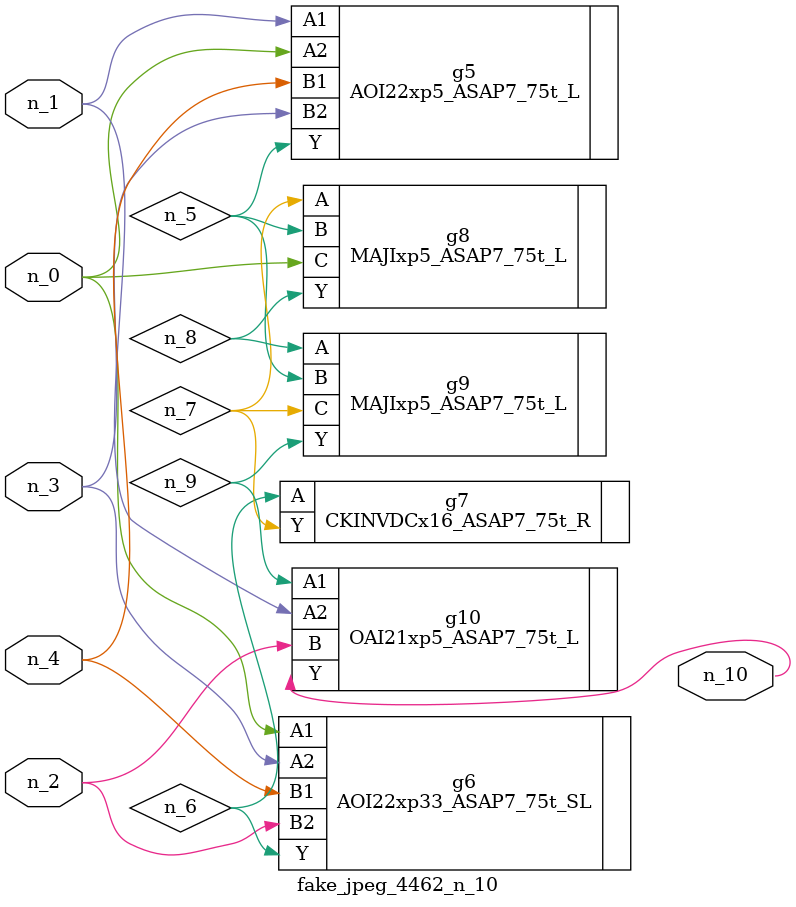
<source format=v>
module fake_jpeg_4462_n_10 (n_3, n_2, n_1, n_0, n_4, n_10);

input n_3;
input n_2;
input n_1;
input n_0;
input n_4;

output n_10;

wire n_8;
wire n_9;
wire n_6;
wire n_5;
wire n_7;

AOI22xp5_ASAP7_75t_L g5 ( 
.A1(n_1),
.A2(n_0),
.B1(n_4),
.B2(n_3),
.Y(n_5)
);

AOI22xp33_ASAP7_75t_SL g6 ( 
.A1(n_0),
.A2(n_3),
.B1(n_4),
.B2(n_2),
.Y(n_6)
);

CKINVDCx16_ASAP7_75t_R g7 ( 
.A(n_6),
.Y(n_7)
);

MAJIxp5_ASAP7_75t_L g8 ( 
.A(n_7),
.B(n_5),
.C(n_0),
.Y(n_8)
);

MAJIxp5_ASAP7_75t_L g9 ( 
.A(n_8),
.B(n_5),
.C(n_7),
.Y(n_9)
);

OAI21xp5_ASAP7_75t_L g10 ( 
.A1(n_9),
.A2(n_1),
.B(n_2),
.Y(n_10)
);


endmodule
</source>
